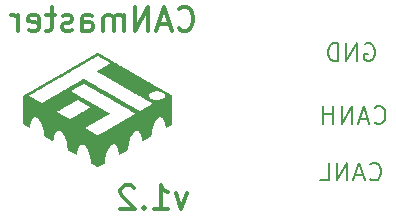
<source format=gbr>
%TF.GenerationSoftware,KiCad,Pcbnew,(6.0.0)*%
%TF.CreationDate,2022-06-11T23:43:57+12:00*%
%TF.ProjectId,Canmaster_HW,43616e6d-6173-4746-9572-5f48572e6b69,rev?*%
%TF.SameCoordinates,Original*%
%TF.FileFunction,Legend,Bot*%
%TF.FilePolarity,Positive*%
%FSLAX46Y46*%
G04 Gerber Fmt 4.6, Leading zero omitted, Abs format (unit mm)*
G04 Created by KiCad (PCBNEW (6.0.0)) date 2022-06-11 23:43:57*
%MOMM*%
%LPD*%
G01*
G04 APERTURE LIST*
%ADD10C,0.300000*%
%ADD11C,0.200000*%
G04 APERTURE END LIST*
D10*
X107557142Y-79371428D02*
X107080952Y-80704761D01*
X106604761Y-79371428D01*
X104795238Y-80704761D02*
X105938095Y-80704761D01*
X105366666Y-80704761D02*
X105366666Y-78704761D01*
X105557142Y-78990476D01*
X105747619Y-79180952D01*
X105938095Y-79276190D01*
X103938095Y-80514285D02*
X103842857Y-80609523D01*
X103938095Y-80704761D01*
X104033333Y-80609523D01*
X103938095Y-80514285D01*
X103938095Y-80704761D01*
X103080952Y-78895238D02*
X102985714Y-78800000D01*
X102795238Y-78704761D01*
X102319047Y-78704761D01*
X102128571Y-78800000D01*
X102033333Y-78895238D01*
X101938095Y-79085714D01*
X101938095Y-79276190D01*
X102033333Y-79561904D01*
X103176190Y-80704761D01*
X101938095Y-80704761D01*
X106880952Y-65414285D02*
X106976190Y-65509523D01*
X107261904Y-65604761D01*
X107452380Y-65604761D01*
X107738095Y-65509523D01*
X107928571Y-65319047D01*
X108023809Y-65128571D01*
X108119047Y-64747619D01*
X108119047Y-64461904D01*
X108023809Y-64080952D01*
X107928571Y-63890476D01*
X107738095Y-63700000D01*
X107452380Y-63604761D01*
X107261904Y-63604761D01*
X106976190Y-63700000D01*
X106880952Y-63795238D01*
X106119047Y-65033333D02*
X105166666Y-65033333D01*
X106309523Y-65604761D02*
X105642857Y-63604761D01*
X104976190Y-65604761D01*
X104309523Y-65604761D02*
X104309523Y-63604761D01*
X103166666Y-65604761D01*
X103166666Y-63604761D01*
X102214285Y-65604761D02*
X102214285Y-64271428D01*
X102214285Y-64461904D02*
X102119047Y-64366666D01*
X101928571Y-64271428D01*
X101642857Y-64271428D01*
X101452380Y-64366666D01*
X101357142Y-64557142D01*
X101357142Y-65604761D01*
X101357142Y-64557142D02*
X101261904Y-64366666D01*
X101071428Y-64271428D01*
X100785714Y-64271428D01*
X100595238Y-64366666D01*
X100500000Y-64557142D01*
X100500000Y-65604761D01*
X98690476Y-65604761D02*
X98690476Y-64557142D01*
X98785714Y-64366666D01*
X98976190Y-64271428D01*
X99357142Y-64271428D01*
X99547619Y-64366666D01*
X98690476Y-65509523D02*
X98880952Y-65604761D01*
X99357142Y-65604761D01*
X99547619Y-65509523D01*
X99642857Y-65319047D01*
X99642857Y-65128571D01*
X99547619Y-64938095D01*
X99357142Y-64842857D01*
X98880952Y-64842857D01*
X98690476Y-64747619D01*
X97833333Y-65509523D02*
X97642857Y-65604761D01*
X97261904Y-65604761D01*
X97071428Y-65509523D01*
X96976190Y-65319047D01*
X96976190Y-65223809D01*
X97071428Y-65033333D01*
X97261904Y-64938095D01*
X97547619Y-64938095D01*
X97738095Y-64842857D01*
X97833333Y-64652380D01*
X97833333Y-64557142D01*
X97738095Y-64366666D01*
X97547619Y-64271428D01*
X97261904Y-64271428D01*
X97071428Y-64366666D01*
X96404761Y-64271428D02*
X95642857Y-64271428D01*
X96119047Y-63604761D02*
X96119047Y-65319047D01*
X96023809Y-65509523D01*
X95833333Y-65604761D01*
X95642857Y-65604761D01*
X94214285Y-65509523D02*
X94404761Y-65604761D01*
X94785714Y-65604761D01*
X94976190Y-65509523D01*
X95071428Y-65319047D01*
X95071428Y-64557142D01*
X94976190Y-64366666D01*
X94785714Y-64271428D01*
X94404761Y-64271428D01*
X94214285Y-64366666D01*
X94119047Y-64557142D01*
X94119047Y-64747619D01*
X95071428Y-64938095D01*
X93261904Y-65604761D02*
X93261904Y-64271428D01*
X93261904Y-64652380D02*
X93166666Y-64461904D01*
X93071428Y-64366666D01*
X92880952Y-64271428D01*
X92690476Y-64271428D01*
D11*
X123450000Y-73335714D02*
X123521428Y-73407142D01*
X123735714Y-73478571D01*
X123878571Y-73478571D01*
X124092857Y-73407142D01*
X124235714Y-73264285D01*
X124307142Y-73121428D01*
X124378571Y-72835714D01*
X124378571Y-72621428D01*
X124307142Y-72335714D01*
X124235714Y-72192857D01*
X124092857Y-72050000D01*
X123878571Y-71978571D01*
X123735714Y-71978571D01*
X123521428Y-72050000D01*
X123450000Y-72121428D01*
X122878571Y-73050000D02*
X122164285Y-73050000D01*
X123021428Y-73478571D02*
X122521428Y-71978571D01*
X122021428Y-73478571D01*
X121521428Y-73478571D02*
X121521428Y-71978571D01*
X120664285Y-73478571D01*
X120664285Y-71978571D01*
X119950000Y-73478571D02*
X119950000Y-71978571D01*
X119950000Y-72692857D02*
X119092857Y-72692857D01*
X119092857Y-73478571D02*
X119092857Y-71978571D01*
X123071428Y-78135714D02*
X123142857Y-78207142D01*
X123357142Y-78278571D01*
X123500000Y-78278571D01*
X123714285Y-78207142D01*
X123857142Y-78064285D01*
X123928571Y-77921428D01*
X124000000Y-77635714D01*
X124000000Y-77421428D01*
X123928571Y-77135714D01*
X123857142Y-76992857D01*
X123714285Y-76850000D01*
X123500000Y-76778571D01*
X123357142Y-76778571D01*
X123142857Y-76850000D01*
X123071428Y-76921428D01*
X122500000Y-77850000D02*
X121785714Y-77850000D01*
X122642857Y-78278571D02*
X122142857Y-76778571D01*
X121642857Y-78278571D01*
X121142857Y-78278571D02*
X121142857Y-76778571D01*
X120285714Y-78278571D01*
X120285714Y-76778571D01*
X118857142Y-78278571D02*
X119571428Y-78278571D01*
X119571428Y-76778571D01*
X122642857Y-66750000D02*
X122785714Y-66678571D01*
X123000000Y-66678571D01*
X123214285Y-66750000D01*
X123357142Y-66892857D01*
X123428571Y-67035714D01*
X123500000Y-67321428D01*
X123500000Y-67535714D01*
X123428571Y-67821428D01*
X123357142Y-67964285D01*
X123214285Y-68107142D01*
X123000000Y-68178571D01*
X122857142Y-68178571D01*
X122642857Y-68107142D01*
X122571428Y-68035714D01*
X122571428Y-67535714D01*
X122857142Y-67535714D01*
X121928571Y-68178571D02*
X121928571Y-66678571D01*
X121071428Y-68178571D01*
X121071428Y-66678571D01*
X120357142Y-68178571D02*
X120357142Y-66678571D01*
X120000000Y-66678571D01*
X119785714Y-66750000D01*
X119642857Y-66892857D01*
X119571428Y-67035714D01*
X119500000Y-67321428D01*
X119500000Y-67535714D01*
X119571428Y-67821428D01*
X119642857Y-67964285D01*
X119785714Y-68107142D01*
X120000000Y-68178571D01*
X120357142Y-68178571D01*
%TO.C,REF\u002A\u002A*%
G36*
X106342006Y-72014246D02*
G01*
X106342203Y-72162796D01*
X106342283Y-72316908D01*
X106342321Y-72614478D01*
X106342438Y-73518611D01*
X106314709Y-73532969D01*
X106303996Y-73538736D01*
X106275462Y-73554643D01*
X106236068Y-73576943D01*
X106189822Y-73603345D01*
X106140728Y-73631561D01*
X106092792Y-73659300D01*
X106050020Y-73684273D01*
X106036561Y-73692159D01*
X105995999Y-73715749D01*
X105950731Y-73741890D01*
X105905185Y-73768044D01*
X105863788Y-73791674D01*
X105830967Y-73810240D01*
X105811151Y-73821204D01*
X105807605Y-73823051D01*
X105788411Y-73829440D01*
X105778022Y-73822997D01*
X105777970Y-73822910D01*
X105774199Y-73808373D01*
X105769414Y-73778175D01*
X105764223Y-73736681D01*
X105759236Y-73688256D01*
X105758162Y-73677341D01*
X105748785Y-73606608D01*
X105735225Y-73531123D01*
X105718444Y-73454422D01*
X105699406Y-73380041D01*
X105679072Y-73311518D01*
X105658406Y-73252389D01*
X105638370Y-73206190D01*
X105619926Y-73176459D01*
X105612181Y-73166086D01*
X105606352Y-73153374D01*
X105604941Y-73147777D01*
X105593571Y-73127118D01*
X105573805Y-73098659D01*
X105549277Y-73067178D01*
X105523623Y-73037448D01*
X105500477Y-73014247D01*
X105477088Y-72994731D01*
X105426093Y-72962669D01*
X105372372Y-72945465D01*
X105308893Y-72940410D01*
X105245331Y-72946827D01*
X105176587Y-72968967D01*
X105118428Y-73005096D01*
X105074709Y-73045151D01*
X105025477Y-73096352D01*
X104977923Y-73151066D01*
X104938313Y-73202427D01*
X104933121Y-73210014D01*
X104913298Y-73241798D01*
X104889690Y-73282690D01*
X104864280Y-73328896D01*
X104839048Y-73376617D01*
X104815974Y-73422059D01*
X104797040Y-73461425D01*
X104784227Y-73490917D01*
X104779516Y-73506741D01*
X104778775Y-73510268D01*
X104772021Y-73528452D01*
X104760510Y-73554717D01*
X104742153Y-73599531D01*
X104720455Y-73662069D01*
X104697523Y-73736123D01*
X104674563Y-73817416D01*
X104652779Y-73901673D01*
X104633377Y-73984621D01*
X104617560Y-74061985D01*
X104608218Y-74112464D01*
X104597163Y-74174066D01*
X104588831Y-74224264D01*
X104582523Y-74268066D01*
X104577539Y-74310480D01*
X104573179Y-74356513D01*
X104568741Y-74411172D01*
X104566098Y-74444183D01*
X104561919Y-74488276D01*
X104557610Y-74517983D01*
X104552340Y-74536964D01*
X104545279Y-74548877D01*
X104535600Y-74557381D01*
X104532338Y-74559641D01*
X104520315Y-74567396D01*
X104501791Y-74578689D01*
X104475189Y-74594435D01*
X104438931Y-74615551D01*
X104391440Y-74642951D01*
X104331138Y-74677552D01*
X104256448Y-74720268D01*
X104165792Y-74772015D01*
X104137426Y-74788240D01*
X104095832Y-74812180D01*
X104060808Y-74832507D01*
X104037839Y-74846050D01*
X104021832Y-74855470D01*
X103991469Y-74872950D01*
X103953698Y-74894454D01*
X103912673Y-74917644D01*
X103872545Y-74940182D01*
X103837469Y-74959729D01*
X103811596Y-74973946D01*
X103799079Y-74980495D01*
X103796353Y-74978519D01*
X103792755Y-74962359D01*
X103791346Y-74934855D01*
X103790802Y-74911292D01*
X103785164Y-74842286D01*
X103774278Y-74762338D01*
X103759222Y-74677179D01*
X103741071Y-74592541D01*
X103720905Y-74514157D01*
X103699799Y-74447757D01*
X103680296Y-74398372D01*
X103639801Y-74315264D01*
X103593807Y-74241102D01*
X103544349Y-74178648D01*
X103493467Y-74130662D01*
X103443196Y-74099908D01*
X103421850Y-74092861D01*
X103373417Y-74085055D01*
X103318942Y-74083417D01*
X103266827Y-74087990D01*
X103225471Y-74098815D01*
X103208806Y-74106485D01*
X103146375Y-74145503D01*
X103082102Y-74200404D01*
X103018913Y-74268455D01*
X102959736Y-74346924D01*
X102916917Y-74414166D01*
X102841994Y-74555057D01*
X102775390Y-74712797D01*
X102717468Y-74886231D01*
X102668594Y-75074204D01*
X102629130Y-75275562D01*
X102599441Y-75489150D01*
X102576999Y-75688582D01*
X102541358Y-75710120D01*
X102536219Y-75713199D01*
X102509936Y-75728678D01*
X102471803Y-75750907D01*
X102426112Y-75777388D01*
X102377154Y-75805627D01*
X102308978Y-75844867D01*
X102217844Y-75897364D01*
X102128546Y-75948849D01*
X102044997Y-75997064D01*
X101971110Y-76039751D01*
X101910798Y-76074654D01*
X101877555Y-76093960D01*
X101852166Y-76106777D01*
X101835134Y-76109552D01*
X101824257Y-76100294D01*
X101817333Y-76077015D01*
X101812161Y-76037723D01*
X101806538Y-75980429D01*
X101794780Y-75887543D01*
X101772074Y-75768030D01*
X101742095Y-75654021D01*
X101705970Y-75549134D01*
X101664827Y-75456987D01*
X101619794Y-75381199D01*
X101600628Y-75356047D01*
X101549934Y-75303653D01*
X101493939Y-75261678D01*
X101438165Y-75234578D01*
X101417251Y-75227690D01*
X101380860Y-75218017D01*
X101350951Y-75215909D01*
X101319131Y-75221355D01*
X101277005Y-75234342D01*
X101236807Y-75249096D01*
X101198338Y-75267738D01*
X101162987Y-75291657D01*
X101125600Y-75324410D01*
X101081022Y-75369553D01*
X101014732Y-75446657D01*
X100944226Y-75548850D01*
X100880527Y-75665706D01*
X100822082Y-75799804D01*
X100812611Y-75823905D01*
X100795309Y-75867765D01*
X100780465Y-75905192D01*
X100770522Y-75930012D01*
X100768249Y-75935886D01*
X100756867Y-75969798D01*
X100742387Y-76017977D01*
X100725989Y-76076144D01*
X100708857Y-76140022D01*
X100692174Y-76205335D01*
X100677122Y-76267805D01*
X100668135Y-76310733D01*
X100656541Y-76375179D01*
X100644482Y-76450118D01*
X100632711Y-76530383D01*
X100621981Y-76610809D01*
X100613044Y-76686230D01*
X100606652Y-76751481D01*
X100599961Y-76831822D01*
X100544502Y-76864132D01*
X100518094Y-76879515D01*
X100486197Y-76898089D01*
X100463835Y-76911103D01*
X100449248Y-76919509D01*
X100419438Y-76936572D01*
X100380715Y-76958669D01*
X100337793Y-76983105D01*
X100302549Y-77003208D01*
X100261380Y-77026840D01*
X100227768Y-77046300D01*
X100206709Y-77058706D01*
X100204250Y-77060186D01*
X100178839Y-77075283D01*
X100143775Y-77095907D01*
X100105876Y-77118049D01*
X100096263Y-77123603D01*
X100063689Y-77141794D01*
X100038960Y-77154643D01*
X100026814Y-77159657D01*
X100024406Y-77159014D01*
X100007434Y-77150936D01*
X99977732Y-77135042D01*
X99938640Y-77113151D01*
X99893494Y-77087078D01*
X99893349Y-77086994D01*
X99834496Y-77052647D01*
X99766554Y-77013177D01*
X99697925Y-76973454D01*
X99637004Y-76938349D01*
X99617364Y-76927064D01*
X99569851Y-76899744D01*
X99527982Y-76875642D01*
X99495705Y-76857032D01*
X99476970Y-76846189D01*
X99468862Y-76841240D01*
X99459004Y-76832690D01*
X99452472Y-76820104D01*
X99448162Y-76799456D01*
X99444970Y-76766722D01*
X99441793Y-76717876D01*
X99439654Y-76687546D01*
X99434239Y-76628921D01*
X99427647Y-76572678D01*
X99420854Y-76527702D01*
X99420654Y-76526592D01*
X99412713Y-76480483D01*
X99405410Y-76434661D01*
X99400302Y-76398889D01*
X99399516Y-76393103D01*
X99393230Y-76355863D01*
X99384059Y-76309528D01*
X99373697Y-76262763D01*
X99362136Y-76214802D01*
X99315431Y-76041513D01*
X99265006Y-75886216D01*
X99210196Y-75747349D01*
X99150336Y-75623348D01*
X99084763Y-75512651D01*
X99012812Y-75413694D01*
X98983157Y-75379116D01*
X98920953Y-75319015D01*
X98856386Y-75271406D01*
X98792057Y-75237789D01*
X98730568Y-75219665D01*
X98674519Y-75218536D01*
X98669025Y-75219415D01*
X98596805Y-75241734D01*
X98528902Y-75282649D01*
X98466697Y-75340886D01*
X98411573Y-75415168D01*
X98364913Y-75504220D01*
X98356828Y-75523525D01*
X98331538Y-75593633D01*
X98307020Y-75674852D01*
X98284404Y-75762213D01*
X98264819Y-75850747D01*
X98249392Y-75935485D01*
X98239254Y-76011459D01*
X98235533Y-76073700D01*
X98235064Y-76089548D01*
X98232280Y-76112487D01*
X98227849Y-76121430D01*
X98223678Y-76120241D01*
X98205453Y-76111449D01*
X98179953Y-76096938D01*
X98175563Y-76094309D01*
X98148265Y-76078256D01*
X98109127Y-76055523D01*
X98062710Y-76028751D01*
X98013577Y-76000584D01*
X98004287Y-75995272D01*
X97953138Y-75965935D01*
X97903922Y-75937570D01*
X97861835Y-75913178D01*
X97832077Y-75895763D01*
X97815089Y-75885774D01*
X97778131Y-75864189D01*
X97730905Y-75836717D01*
X97677711Y-75805858D01*
X97622847Y-75774111D01*
X97469075Y-75685253D01*
X97469075Y-75634156D01*
X97467899Y-75606554D01*
X97463565Y-75557967D01*
X97456601Y-75497038D01*
X97447599Y-75427890D01*
X97437153Y-75354647D01*
X97425854Y-75281431D01*
X97414296Y-75212365D01*
X97403070Y-75151573D01*
X97392769Y-75103176D01*
X97375069Y-75031190D01*
X97323707Y-74850578D01*
X97266557Y-74687233D01*
X97203832Y-74541625D01*
X97135750Y-74414221D01*
X97062524Y-74305490D01*
X96984371Y-74215898D01*
X96935690Y-74170468D01*
X96881574Y-74129109D01*
X96830135Y-74101879D01*
X96777500Y-74086820D01*
X96719799Y-74081971D01*
X96690874Y-74082257D01*
X96655402Y-74085657D01*
X96625586Y-74094420D01*
X96592560Y-74110536D01*
X96581657Y-74116856D01*
X96526701Y-74160134D01*
X96473575Y-74220174D01*
X96424223Y-74294140D01*
X96380588Y-74379195D01*
X96344613Y-74472501D01*
X96342189Y-74480045D01*
X96321200Y-74554549D01*
X96301275Y-74640175D01*
X96283892Y-74729413D01*
X96270529Y-74814752D01*
X96262667Y-74888682D01*
X96260984Y-74911500D01*
X96257923Y-74947818D01*
X96255288Y-74972850D01*
X96253510Y-74982176D01*
X96245129Y-74978067D01*
X96223141Y-74966017D01*
X96191749Y-74948356D01*
X96155100Y-74927435D01*
X96117339Y-74905607D01*
X96082612Y-74885224D01*
X96073482Y-74879842D01*
X96041107Y-74860983D01*
X96000501Y-74837535D01*
X95958313Y-74813343D01*
X95938160Y-74801814D01*
X95901865Y-74780956D01*
X95873346Y-74764447D01*
X95857479Y-74755101D01*
X95856507Y-74754514D01*
X95839758Y-74744687D01*
X95809907Y-74727396D01*
X95770873Y-74704904D01*
X95726575Y-74679476D01*
X95700702Y-74664637D01*
X95629687Y-74623714D01*
X95575120Y-74591920D01*
X95536109Y-74568733D01*
X95511764Y-74553633D01*
X95510075Y-74552291D01*
X95502747Y-74539157D01*
X95496211Y-74513077D01*
X95489989Y-74471648D01*
X95483601Y-74412466D01*
X95478795Y-74366024D01*
X95466246Y-74264583D01*
X95450960Y-74161196D01*
X95433564Y-74059014D01*
X95414687Y-73961185D01*
X95394955Y-73870858D01*
X95374997Y-73791182D01*
X95355440Y-73725306D01*
X95336910Y-73676380D01*
X95324320Y-73644889D01*
X95312945Y-73610838D01*
X95296634Y-73561749D01*
X95264894Y-73483398D01*
X95225143Y-73398467D01*
X95180064Y-73312286D01*
X95132343Y-73230188D01*
X95084665Y-73157504D01*
X95077158Y-73148631D01*
X95057271Y-73127319D01*
X95029129Y-73098287D01*
X94996199Y-73065151D01*
X94990032Y-73059043D01*
X94950545Y-73021893D01*
X94917479Y-72995682D01*
X94885149Y-72976376D01*
X94847868Y-72959942D01*
X94827798Y-72952328D01*
X94789535Y-72940621D01*
X94756319Y-72936255D01*
X94719236Y-72937689D01*
X94661234Y-72949480D01*
X94596376Y-72980425D01*
X94535839Y-73030112D01*
X94479147Y-73098948D01*
X94425824Y-73187336D01*
X94404516Y-73231965D01*
X94370338Y-73323111D01*
X94340112Y-73429437D01*
X94314548Y-73547911D01*
X94294354Y-73675500D01*
X94280242Y-73809173D01*
X94277690Y-73841132D01*
X94156689Y-73772170D01*
X94107785Y-73744305D01*
X94043447Y-73707661D01*
X93979605Y-73671314D01*
X93924772Y-73640109D01*
X93881167Y-73615052D01*
X93833152Y-73586952D01*
X93791137Y-73561858D01*
X93760917Y-73543197D01*
X93707980Y-73509385D01*
X93708101Y-72460869D01*
X96586028Y-72460869D01*
X96593506Y-72470503D01*
X96597040Y-72473405D01*
X96625204Y-72493178D01*
X96670926Y-72521837D01*
X96733860Y-72559172D01*
X96813657Y-72604969D01*
X96855823Y-72628879D01*
X96919863Y-72665194D01*
X96984448Y-72701821D01*
X97040532Y-72733631D01*
X97041475Y-72734166D01*
X97086262Y-72759816D01*
X97126653Y-72783377D01*
X97158251Y-72802258D01*
X97176658Y-72813867D01*
X97179053Y-72815465D01*
X97200171Y-72828481D01*
X97233931Y-72848400D01*
X97276206Y-72872811D01*
X97322867Y-72899300D01*
X97372738Y-72927522D01*
X97434458Y-72962742D01*
X97494421Y-72997223D01*
X97544701Y-73026423D01*
X97582370Y-73048086D01*
X97617659Y-73067575D01*
X97643363Y-73080861D01*
X97655618Y-73085873D01*
X97655946Y-73085869D01*
X97669734Y-73080492D01*
X97694884Y-73066968D01*
X97726201Y-73048078D01*
X97727719Y-73047121D01*
X97761044Y-73026746D01*
X97805945Y-73000099D01*
X97856729Y-72970527D01*
X97907702Y-72941377D01*
X97913366Y-72938170D01*
X97970809Y-72905496D01*
X98037035Y-72867618D01*
X98104292Y-72828977D01*
X98164828Y-72794017D01*
X98169936Y-72791057D01*
X98232227Y-72755036D01*
X98301191Y-72715261D01*
X98368793Y-72676364D01*
X98426995Y-72642973D01*
X98432000Y-72640106D01*
X98491384Y-72605971D01*
X98559376Y-72566705D01*
X98627971Y-72526940D01*
X98689163Y-72491308D01*
X98703474Y-72482955D01*
X98760302Y-72449879D01*
X98817641Y-72416634D01*
X98869523Y-72386676D01*
X98909976Y-72363461D01*
X98926908Y-72353781D01*
X98969935Y-72329061D01*
X99008995Y-72306467D01*
X99037306Y-72289917D01*
X99048889Y-72283109D01*
X99082869Y-72263331D01*
X99124727Y-72239135D01*
X99167951Y-72214292D01*
X99192042Y-72200473D01*
X99228622Y-72179423D01*
X99257088Y-72162959D01*
X99272744Y-72153791D01*
X99282230Y-72148129D01*
X99307159Y-72133333D01*
X99337224Y-72115554D01*
X99356393Y-72103555D01*
X99376938Y-72088507D01*
X99384915Y-72079360D01*
X99379415Y-72071281D01*
X99362227Y-72059581D01*
X99351753Y-72053952D01*
X99324130Y-72038385D01*
X99292841Y-72020150D01*
X99290176Y-72018571D01*
X99242619Y-71990663D01*
X99181603Y-71955245D01*
X99110986Y-71914541D01*
X99034623Y-71870775D01*
X98956372Y-71826168D01*
X98955380Y-71825604D01*
X98910607Y-71799911D01*
X98870231Y-71776317D01*
X98838646Y-71757415D01*
X98820246Y-71745800D01*
X98817865Y-71744211D01*
X98796756Y-71731214D01*
X98762993Y-71711325D01*
X98720710Y-71686953D01*
X98674038Y-71660510D01*
X98625659Y-71633207D01*
X98561167Y-71596544D01*
X98497126Y-71559895D01*
X98442120Y-71528161D01*
X98438477Y-71526052D01*
X98394910Y-71501809D01*
X98356448Y-71482060D01*
X98327141Y-71468789D01*
X98311036Y-71463978D01*
X98309723Y-71464058D01*
X98289975Y-71470174D01*
X98259855Y-71484089D01*
X98225328Y-71503079D01*
X98224195Y-71503751D01*
X98189026Y-71524332D01*
X98142446Y-71551221D01*
X98090388Y-71581010D01*
X98038786Y-71610286D01*
X98028965Y-71615839D01*
X97982894Y-71642128D01*
X97942057Y-71665797D01*
X97910577Y-71684439D01*
X97892577Y-71695648D01*
X97892342Y-71695806D01*
X97873604Y-71707508D01*
X97841781Y-71726456D01*
X97801266Y-71750065D01*
X97756451Y-71775751D01*
X97688699Y-71814367D01*
X97613412Y-71857486D01*
X97540860Y-71899236D01*
X97475987Y-71936772D01*
X97423737Y-71967249D01*
X97414145Y-71972857D01*
X97380600Y-71992313D01*
X97339068Y-72016256D01*
X97296371Y-72040750D01*
X97278453Y-72051017D01*
X97237336Y-72074684D01*
X97201337Y-72095542D01*
X97176658Y-72110005D01*
X97154524Y-72122960D01*
X97119439Y-72143269D01*
X97076465Y-72168007D01*
X97030449Y-72194377D01*
X96979206Y-72223725D01*
X96916380Y-72259793D01*
X96851804Y-72296937D01*
X96793490Y-72330552D01*
X96780062Y-72338301D01*
X96732070Y-72365954D01*
X96688532Y-72390980D01*
X96653782Y-72410889D01*
X96632156Y-72423192D01*
X96607293Y-72437783D01*
X96589793Y-72450978D01*
X96586028Y-72460869D01*
X93708101Y-72460869D01*
X93708117Y-72322378D01*
X93708143Y-72232444D01*
X93708258Y-72082084D01*
X93708456Y-71937892D01*
X93708732Y-71801141D01*
X93709079Y-71673104D01*
X93709492Y-71555053D01*
X93709965Y-71448261D01*
X93710491Y-71354000D01*
X93711066Y-71273543D01*
X93711682Y-71208162D01*
X93712335Y-71159130D01*
X93713017Y-71127720D01*
X93713724Y-71115205D01*
X93714372Y-71113447D01*
X93728514Y-71097358D01*
X93738718Y-71089762D01*
X94213958Y-71089762D01*
X94214005Y-71094233D01*
X94219039Y-71100496D01*
X94230617Y-71109590D01*
X94250296Y-71122556D01*
X94279635Y-71140436D01*
X94320190Y-71164268D01*
X94373520Y-71195093D01*
X94441181Y-71233952D01*
X94524732Y-71281885D01*
X94529475Y-71284608D01*
X94588877Y-71318776D01*
X94656939Y-71358016D01*
X94725625Y-71397693D01*
X94786900Y-71433169D01*
X94802788Y-71442376D01*
X94858313Y-71474471D01*
X94913196Y-71506090D01*
X94961841Y-71534010D01*
X94998651Y-71555011D01*
X95021247Y-71567922D01*
X95069771Y-71595991D01*
X95122971Y-71627089D01*
X95172827Y-71656542D01*
X95208614Y-71677452D01*
X95243523Y-71697006D01*
X95268936Y-71710276D01*
X95280985Y-71715165D01*
X95290928Y-71711289D01*
X95315022Y-71698862D01*
X95349050Y-71679915D01*
X95389143Y-71656542D01*
X95416833Y-71640140D01*
X95469585Y-71609172D01*
X95521087Y-71579238D01*
X95563319Y-71555011D01*
X95572749Y-71549650D01*
X95613683Y-71526243D01*
X95664779Y-71496880D01*
X95720441Y-71464782D01*
X95775070Y-71433169D01*
X95780185Y-71430203D01*
X95842476Y-71394154D01*
X95911438Y-71354340D01*
X95979037Y-71315395D01*
X96037237Y-71281954D01*
X96042002Y-71279221D01*
X96101402Y-71245077D01*
X96169458Y-71205853D01*
X96238137Y-71166183D01*
X96299405Y-71130703D01*
X96304539Y-71127725D01*
X96366828Y-71091667D01*
X96435785Y-71051852D01*
X96503377Y-71012912D01*
X96561572Y-70979483D01*
X96635331Y-70937193D01*
X96697857Y-70901312D01*
X96748387Y-70872264D01*
X96789734Y-70848425D01*
X96824709Y-70828170D01*
X96856125Y-70809874D01*
X96886795Y-70791910D01*
X96919532Y-70772655D01*
X96944050Y-70758259D01*
X96999282Y-70726033D01*
X97023179Y-70712174D01*
X97771576Y-70712174D01*
X97771964Y-70713520D01*
X97783359Y-70724735D01*
X97807358Y-70741613D01*
X97839639Y-70761053D01*
X97849140Y-70766419D01*
X97887501Y-70788282D01*
X97936255Y-70816269D01*
X97990123Y-70847345D01*
X98043827Y-70878473D01*
X98049025Y-70881493D01*
X98111307Y-70917605D01*
X98180246Y-70957461D01*
X98247818Y-70996428D01*
X98305995Y-71029870D01*
X98310759Y-71032603D01*
X98370159Y-71066747D01*
X98438215Y-71105971D01*
X98506894Y-71145640D01*
X98568162Y-71181120D01*
X98573315Y-71184109D01*
X98635601Y-71220150D01*
X98704553Y-71259923D01*
X98772140Y-71298803D01*
X98830330Y-71332162D01*
X98887633Y-71364944D01*
X98977632Y-71416511D01*
X99054542Y-71460688D01*
X99117473Y-71496960D01*
X99165536Y-71524814D01*
X99197841Y-71543739D01*
X99213498Y-71553219D01*
X99213965Y-71553520D01*
X99229283Y-71562725D01*
X99257936Y-71579451D01*
X99295998Y-71601419D01*
X99339540Y-71626352D01*
X99342422Y-71627996D01*
X99385909Y-71652871D01*
X99423835Y-71674676D01*
X99452208Y-71691110D01*
X99467041Y-71699874D01*
X99474739Y-71704479D01*
X99498688Y-71718453D01*
X99532628Y-71738043D01*
X99571877Y-71760540D01*
X99592515Y-71772346D01*
X99636036Y-71797330D01*
X99675094Y-71819857D01*
X99703160Y-71836165D01*
X99712554Y-71841649D01*
X99746078Y-71861077D01*
X99787593Y-71885005D01*
X99830242Y-71909475D01*
X99845133Y-71918014D01*
X99889999Y-71943896D01*
X99932362Y-71968533D01*
X99964709Y-71987561D01*
X99974331Y-71993256D01*
X100011027Y-72014720D01*
X100055123Y-72040257D01*
X100099092Y-72065502D01*
X100119249Y-72077030D01*
X100123307Y-72079360D01*
X100155543Y-72097869D01*
X100184059Y-72114348D01*
X100199925Y-72123657D01*
X100206608Y-72127590D01*
X100229748Y-72140971D01*
X100264958Y-72161200D01*
X100308831Y-72186322D01*
X100357960Y-72214381D01*
X100387976Y-72231517D01*
X100434303Y-72258025D01*
X100473301Y-72280413D01*
X100501569Y-72296727D01*
X100515711Y-72305015D01*
X100523347Y-72309552D01*
X100547238Y-72323469D01*
X100581118Y-72343036D01*
X100620299Y-72365542D01*
X100640738Y-72377266D01*
X100684193Y-72402278D01*
X100723209Y-72424837D01*
X100751248Y-72441167D01*
X100763696Y-72448443D01*
X100798017Y-72468369D01*
X100840133Y-72492704D01*
X100883619Y-72517734D01*
X100928235Y-72543388D01*
X100971853Y-72568632D01*
X101002194Y-72586540D01*
X101021645Y-72598604D01*
X101032593Y-72606319D01*
X101037424Y-72611178D01*
X101038523Y-72614674D01*
X101038483Y-72614898D01*
X101029130Y-72622887D01*
X101005713Y-72638313D01*
X100971609Y-72659047D01*
X100930191Y-72682962D01*
X100889090Y-72706239D01*
X100841910Y-72733148D01*
X100800743Y-72756820D01*
X100771378Y-72773939D01*
X100763854Y-72778375D01*
X100727574Y-72799569D01*
X100683767Y-72824947D01*
X100640294Y-72849950D01*
X100630967Y-72855297D01*
X100588289Y-72879849D01*
X100535611Y-72910249D01*
X100478745Y-72943139D01*
X100423502Y-72975163D01*
X100418348Y-72978154D01*
X100356062Y-73014232D01*
X100287110Y-73054066D01*
X100219524Y-73093021D01*
X100161334Y-73126463D01*
X100156548Y-73129208D01*
X100097150Y-73163356D01*
X100029099Y-73202588D01*
X99960428Y-73242268D01*
X99899167Y-73277764D01*
X99883212Y-73287017D01*
X99827702Y-73319094D01*
X99772838Y-73350644D01*
X99724212Y-73378455D01*
X99687416Y-73399320D01*
X99680805Y-73403048D01*
X99632633Y-73430592D01*
X99579279Y-73461589D01*
X99531124Y-73490015D01*
X99507226Y-73504197D01*
X99456305Y-73534088D01*
X99400982Y-73566248D01*
X99349623Y-73595801D01*
X99305516Y-73621055D01*
X99246433Y-73654971D01*
X99184800Y-73690423D01*
X99128500Y-73722882D01*
X99115122Y-73730583D01*
X99072405Y-73754834D01*
X99036981Y-73774440D01*
X99012222Y-73787557D01*
X99001500Y-73792338D01*
X98992161Y-73797672D01*
X98976323Y-73812743D01*
X98971552Y-73818411D01*
X98964917Y-73834390D01*
X98973760Y-73849116D01*
X98999837Y-73866611D01*
X99008141Y-73871370D01*
X99033282Y-73885774D01*
X99068132Y-73905741D01*
X99107794Y-73928464D01*
X99128268Y-73940212D01*
X99171650Y-73965216D01*
X99210545Y-73987765D01*
X99238439Y-74004089D01*
X99248126Y-74009784D01*
X99281586Y-74029242D01*
X99323062Y-74053165D01*
X99365769Y-74077633D01*
X99375087Y-74082960D01*
X99419172Y-74108305D01*
X99473098Y-74139466D01*
X99530892Y-74172987D01*
X99586582Y-74205413D01*
X99593208Y-74209277D01*
X99654871Y-74245030D01*
X99722323Y-74283844D01*
X99787843Y-74321287D01*
X99843708Y-74352929D01*
X99853500Y-74358454D01*
X99899463Y-74384799D01*
X99940054Y-74408701D01*
X99971182Y-74427722D01*
X99988756Y-74439421D01*
X100010706Y-74453481D01*
X100031970Y-74456114D01*
X100055736Y-74443984D01*
X100061576Y-74440190D01*
X100084513Y-74426230D01*
X100119576Y-74405463D01*
X100163183Y-74380001D01*
X100211751Y-74351960D01*
X100234460Y-74338915D01*
X100283577Y-74310671D01*
X100327457Y-74285399D01*
X100362016Y-74265454D01*
X100383168Y-74253190D01*
X100394372Y-74246668D01*
X100425541Y-74228591D01*
X100465132Y-74205685D01*
X100507254Y-74181360D01*
X100528611Y-74169033D01*
X100572198Y-74143845D01*
X100611282Y-74121225D01*
X100639378Y-74104923D01*
X100651158Y-74098092D01*
X100685457Y-74078316D01*
X100727575Y-74054129D01*
X100770958Y-74029298D01*
X100795251Y-74015391D01*
X100831822Y-73994343D01*
X100860230Y-73977853D01*
X100875794Y-73968631D01*
X100876777Y-73968030D01*
X100893459Y-73958198D01*
X100923250Y-73940911D01*
X100962245Y-73918427D01*
X101006538Y-73893006D01*
X101012281Y-73889716D01*
X101056163Y-73864535D01*
X101094293Y-73842578D01*
X101122752Y-73826106D01*
X101137621Y-73817381D01*
X101138112Y-73817085D01*
X101154079Y-73807720D01*
X101183289Y-73790794D01*
X101221748Y-73768617D01*
X101265463Y-73743496D01*
X101272459Y-73739481D01*
X101326074Y-73708649D01*
X101388777Y-73672511D01*
X101453333Y-73635239D01*
X101512505Y-73601009D01*
X101517583Y-73598068D01*
X101579877Y-73562048D01*
X101648850Y-73522253D01*
X101716461Y-73483318D01*
X101774673Y-73449876D01*
X101779513Y-73447099D01*
X101838908Y-73412941D01*
X101906944Y-73373689D01*
X101975596Y-73333978D01*
X102036840Y-73298444D01*
X102042052Y-73295414D01*
X102104332Y-73259290D01*
X102173268Y-73219423D01*
X102240835Y-73180449D01*
X102299008Y-73147003D01*
X102301133Y-73145784D01*
X102360481Y-73111685D01*
X102428672Y-73072417D01*
X102497448Y-73032742D01*
X102558548Y-72997420D01*
X102560122Y-72996508D01*
X102621978Y-72960701D01*
X102691642Y-72920382D01*
X102760694Y-72880424D01*
X102820715Y-72845700D01*
X102826092Y-72842589D01*
X102882221Y-72810123D01*
X102940768Y-72776257D01*
X102995109Y-72744825D01*
X103038618Y-72719658D01*
X103061557Y-72706421D01*
X103103440Y-72682399D01*
X103139791Y-72661724D01*
X103164660Y-72647789D01*
X103173091Y-72642802D01*
X103193362Y-72627091D01*
X103201469Y-72614478D01*
X103197617Y-72607158D01*
X103180294Y-72591576D01*
X103153756Y-72574232D01*
X103150018Y-72572099D01*
X103120628Y-72555246D01*
X103079606Y-72531635D01*
X103031871Y-72504099D01*
X102982339Y-72475472D01*
X102929113Y-72444710D01*
X102865568Y-72408044D01*
X102803421Y-72372238D01*
X102750698Y-72341919D01*
X102708214Y-72317469D01*
X102665905Y-72293016D01*
X102631393Y-72272961D01*
X102609531Y-72260115D01*
X102600795Y-72254950D01*
X102571267Y-72237728D01*
X102532948Y-72215580D01*
X102491879Y-72192001D01*
X102475186Y-72182437D01*
X102432206Y-72157698D01*
X102393149Y-72135075D01*
X102364817Y-72118500D01*
X102352940Y-72111530D01*
X102318847Y-72091765D01*
X102276868Y-72067635D01*
X102233486Y-72042874D01*
X102212474Y-72030911D01*
X102168875Y-72005983D01*
X102129801Y-71983516D01*
X102101764Y-71967249D01*
X102092369Y-71961765D01*
X102058845Y-71942337D01*
X102017330Y-71918410D01*
X101974682Y-71893939D01*
X101959790Y-71885401D01*
X101914924Y-71859519D01*
X101872561Y-71834882D01*
X101840215Y-71815853D01*
X101830592Y-71810158D01*
X101793897Y-71788694D01*
X101749801Y-71763157D01*
X101705832Y-71737913D01*
X101685680Y-71726385D01*
X101649384Y-71705529D01*
X101620865Y-71689020D01*
X101604998Y-71679674D01*
X101604500Y-71679372D01*
X101588544Y-71669978D01*
X101559352Y-71653015D01*
X101520912Y-71630796D01*
X101477214Y-71605631D01*
X101461965Y-71596859D01*
X101407761Y-71565613D01*
X101344973Y-71529346D01*
X101280212Y-71491880D01*
X101220088Y-71457034D01*
X101185903Y-71437261D01*
X101137851Y-71409677D01*
X101096603Y-71386247D01*
X101065697Y-71368975D01*
X101048670Y-71359866D01*
X101030420Y-71350053D01*
X101018420Y-71341677D01*
X101012695Y-71337551D01*
X100992244Y-71324964D01*
X100960903Y-71306601D01*
X100922628Y-71284809D01*
X100866042Y-71252955D01*
X100775817Y-71201923D01*
X100702348Y-71160014D01*
X100645871Y-71127364D01*
X100606622Y-71104107D01*
X100584836Y-71090381D01*
X100582447Y-71088787D01*
X100561332Y-71075780D01*
X100527571Y-71055874D01*
X100485292Y-71031480D01*
X100438627Y-71005012D01*
X100432875Y-71001774D01*
X100375437Y-70969248D01*
X100309234Y-70931482D01*
X100242008Y-70892906D01*
X100181501Y-70857947D01*
X100167457Y-70849798D01*
X100110549Y-70816832D01*
X100053077Y-70783614D01*
X100001039Y-70753607D01*
X99960436Y-70730275D01*
X99943229Y-70720408D01*
X99900095Y-70695599D01*
X99860903Y-70672962D01*
X99832438Y-70656412D01*
X99820274Y-70649310D01*
X99786008Y-70629396D01*
X99743957Y-70605035D01*
X99700585Y-70579975D01*
X99678019Y-70566947D01*
X99636522Y-70542953D01*
X99600719Y-70522204D01*
X99576499Y-70508111D01*
X99566291Y-70502155D01*
X99526960Y-70479318D01*
X99475562Y-70449585D01*
X99416115Y-70415272D01*
X99352638Y-70378694D01*
X99289148Y-70342169D01*
X99229665Y-70308011D01*
X99178206Y-70278537D01*
X99132841Y-70252548D01*
X99089790Y-70227785D01*
X99054559Y-70207421D01*
X99031997Y-70194249D01*
X98986101Y-70167383D01*
X98930422Y-70135744D01*
X98886373Y-70111945D01*
X98855767Y-70096955D01*
X98840413Y-70091743D01*
X98827997Y-70095708D01*
X98799086Y-70109566D01*
X98756009Y-70132569D01*
X98700328Y-70163879D01*
X98633604Y-70202660D01*
X98624026Y-70208275D01*
X98590538Y-70227730D01*
X98549050Y-70251671D01*
X98506375Y-70276161D01*
X98488457Y-70286428D01*
X98447340Y-70310095D01*
X98411341Y-70330953D01*
X98386662Y-70345415D01*
X98364528Y-70358371D01*
X98329443Y-70378680D01*
X98286469Y-70403418D01*
X98240453Y-70429788D01*
X98189210Y-70459136D01*
X98126384Y-70495204D01*
X98061808Y-70532348D01*
X98003494Y-70565963D01*
X97989406Y-70574095D01*
X97942025Y-70601432D01*
X97899550Y-70625921D01*
X97866168Y-70645150D01*
X97846062Y-70656704D01*
X97809067Y-70678409D01*
X97786109Y-70693498D01*
X97774677Y-70703960D01*
X97771576Y-70712174D01*
X97023179Y-70712174D01*
X97058031Y-70691961D01*
X97111116Y-70661375D01*
X97157698Y-70634656D01*
X97242106Y-70586216D01*
X97310734Y-70546790D01*
X97364749Y-70515709D01*
X97405318Y-70492299D01*
X97433607Y-70475889D01*
X97450782Y-70465808D01*
X97451741Y-70465239D01*
X97471962Y-70453434D01*
X97504975Y-70434342D01*
X97546423Y-70410480D01*
X97591949Y-70384359D01*
X97597636Y-70381101D01*
X97641502Y-70355920D01*
X97679614Y-70333956D01*
X97708053Y-70317473D01*
X97722902Y-70308734D01*
X97729200Y-70304985D01*
X97752198Y-70291595D01*
X97785334Y-70272492D01*
X97823736Y-70250493D01*
X97840324Y-70241002D01*
X97882678Y-70216653D01*
X97920798Y-70194587D01*
X97948035Y-70178648D01*
X97966248Y-70167960D01*
X98001386Y-70147537D01*
X98044223Y-70122778D01*
X98089202Y-70096902D01*
X98124128Y-70076834D01*
X98166594Y-70052365D01*
X98202081Y-70031844D01*
X98225328Y-70018307D01*
X98236595Y-70011720D01*
X98267798Y-69993593D01*
X98307427Y-69970666D01*
X98349596Y-69946346D01*
X98374682Y-69931883D01*
X98411335Y-69910675D01*
X98439818Y-69894101D01*
X98455472Y-69884868D01*
X98455960Y-69884573D01*
X98471915Y-69875212D01*
X98501117Y-69858295D01*
X98539572Y-69836128D01*
X98583287Y-69811019D01*
X98625855Y-69786520D01*
X98677212Y-69756764D01*
X98724001Y-69729461D01*
X98759746Y-69708378D01*
X98764599Y-69705508D01*
X98797490Y-69687089D01*
X98823944Y-69673955D01*
X98838618Y-69668789D01*
X98842650Y-69669137D01*
X98856524Y-69673910D01*
X98879369Y-69685341D01*
X98913859Y-69704832D01*
X98962668Y-69733783D01*
X98969051Y-69737547D01*
X98992091Y-69750899D01*
X99025261Y-69769977D01*
X99063707Y-69791985D01*
X99080536Y-69801624D01*
X99122942Y-69826122D01*
X99161071Y-69848412D01*
X99188289Y-69864628D01*
X99200859Y-69872145D01*
X99234370Y-69891704D01*
X99275942Y-69915573D01*
X99319373Y-69940176D01*
X99341138Y-69952456D01*
X99386949Y-69978541D01*
X99429070Y-70002803D01*
X99460540Y-70021244D01*
X99470159Y-70026947D01*
X99506855Y-70048437D01*
X99550953Y-70073993D01*
X99594923Y-70099245D01*
X99615075Y-70110773D01*
X99651371Y-70131629D01*
X99679890Y-70148138D01*
X99695757Y-70157484D01*
X99696735Y-70158075D01*
X99713495Y-70167904D01*
X99743356Y-70185195D01*
X99782401Y-70207684D01*
X99826710Y-70233109D01*
X99830503Y-70235282D01*
X99875858Y-70261311D01*
X99916777Y-70284877D01*
X99948903Y-70303463D01*
X99967877Y-70314557D01*
X99974828Y-70318661D01*
X99997205Y-70331703D01*
X100031257Y-70351398D01*
X100078151Y-70378415D01*
X100139052Y-70413428D01*
X100215127Y-70457107D01*
X100307543Y-70510124D01*
X100334171Y-70525436D01*
X100391377Y-70558519D01*
X100449423Y-70592287D01*
X100499127Y-70621405D01*
X100530552Y-70639890D01*
X100561253Y-70657875D01*
X100592581Y-70676125D01*
X100627350Y-70696265D01*
X100668373Y-70719921D01*
X100718461Y-70748717D01*
X100780428Y-70784279D01*
X100857086Y-70828232D01*
X100861875Y-70830978D01*
X100921273Y-70865114D01*
X100989323Y-70904336D01*
X101057993Y-70944010D01*
X101119254Y-70979502D01*
X101133353Y-70987683D01*
X101190222Y-71020628D01*
X101247618Y-71053806D01*
X101299556Y-71083759D01*
X101340048Y-71107030D01*
X101356941Y-71116715D01*
X101400104Y-71141516D01*
X101439415Y-71164170D01*
X101468046Y-71180747D01*
X101480248Y-71187834D01*
X101514622Y-71207749D01*
X101556758Y-71232116D01*
X101600170Y-71257183D01*
X101622729Y-71270209D01*
X101664228Y-71294225D01*
X101700034Y-71315009D01*
X101724256Y-71329144D01*
X101742678Y-71339881D01*
X101779526Y-71361201D01*
X101830162Y-71390400D01*
X101892539Y-71426300D01*
X101964611Y-71467724D01*
X102044331Y-71513493D01*
X102129652Y-71562431D01*
X102172107Y-71586826D01*
X102214428Y-71611253D01*
X102248950Y-71631292D01*
X102270819Y-71644133D01*
X102279555Y-71649299D01*
X102309083Y-71666520D01*
X102347402Y-71688669D01*
X102388471Y-71712247D01*
X102405143Y-71721798D01*
X102448163Y-71746541D01*
X102487286Y-71769169D01*
X102515700Y-71785749D01*
X102522309Y-71789622D01*
X102555026Y-71808533D01*
X102596018Y-71831964D01*
X102637988Y-71855736D01*
X102647598Y-71861173D01*
X102691874Y-71886687D01*
X102734664Y-71911973D01*
X102767884Y-71932267D01*
X102780151Y-71939856D01*
X102817495Y-71962163D01*
X102862190Y-71988118D01*
X102907061Y-72013530D01*
X102922657Y-72022233D01*
X102961224Y-72043813D01*
X102994562Y-72062611D01*
X103027198Y-72081220D01*
X103063660Y-72102229D01*
X103108477Y-72128232D01*
X103166177Y-72161819D01*
X103209448Y-72186886D01*
X103266777Y-72219856D01*
X103327149Y-72254380D01*
X103382970Y-72286104D01*
X103391135Y-72290733D01*
X103438571Y-72317946D01*
X103481881Y-72343281D01*
X103516571Y-72364087D01*
X103538148Y-72377711D01*
X103559390Y-72391253D01*
X103580715Y-72399076D01*
X103601404Y-72395000D01*
X103630012Y-72379160D01*
X103635938Y-72375577D01*
X103662618Y-72359785D01*
X103701061Y-72337309D01*
X103747056Y-72310605D01*
X103796388Y-72282132D01*
X103814389Y-72271770D01*
X103862980Y-72243777D01*
X103906711Y-72218548D01*
X103941375Y-72198513D01*
X103962763Y-72186100D01*
X103973967Y-72179578D01*
X104005136Y-72161501D01*
X104044727Y-72138595D01*
X104086849Y-72114270D01*
X104108206Y-72101943D01*
X104151793Y-72076755D01*
X104190877Y-72054135D01*
X104218973Y-72037833D01*
X104228720Y-72032179D01*
X104262466Y-72012717D01*
X104304162Y-71988775D01*
X104346971Y-71964283D01*
X104362495Y-71955404D01*
X104407457Y-71929547D01*
X104449796Y-71905020D01*
X104482057Y-71886138D01*
X104506161Y-71872095D01*
X104549428Y-71847467D01*
X104590453Y-71824678D01*
X104616577Y-71808866D01*
X104639817Y-71790366D01*
X104648432Y-71776579D01*
X104645286Y-71770048D01*
X104626159Y-71752974D01*
X104590910Y-71729231D01*
X104540963Y-71699837D01*
X104500548Y-71677079D01*
X104454511Y-71650973D01*
X104414854Y-71628299D01*
X104387192Y-71612255D01*
X104377398Y-71606508D01*
X104342426Y-71586160D01*
X104299747Y-71561496D01*
X104256468Y-71536630D01*
X104239795Y-71527072D01*
X104196750Y-71502309D01*
X104157579Y-71479665D01*
X104129102Y-71463081D01*
X104116595Y-71455764D01*
X104082278Y-71435790D01*
X104040187Y-71411382D01*
X103996731Y-71386258D01*
X103977653Y-71375244D01*
X103906568Y-71334179D01*
X103821939Y-71285255D01*
X103726734Y-71230189D01*
X103623920Y-71170697D01*
X103516467Y-71108496D01*
X103514219Y-71107194D01*
X103454196Y-71072498D01*
X104336677Y-71072498D01*
X104339835Y-71130126D01*
X104357104Y-71182882D01*
X104367302Y-71200660D01*
X104410349Y-71252856D01*
X104469605Y-71301733D01*
X104542121Y-71345672D01*
X104624952Y-71383053D01*
X104715149Y-71412257D01*
X104809766Y-71431663D01*
X104901273Y-71442200D01*
X105038419Y-71447948D01*
X105171793Y-71441898D01*
X105297021Y-71424314D01*
X105409726Y-71395461D01*
X105455222Y-71379279D01*
X105543239Y-71339146D01*
X105615422Y-71293302D01*
X105671259Y-71242857D01*
X105710241Y-71188923D01*
X105731859Y-71132611D01*
X105735601Y-71075032D01*
X105720959Y-71017296D01*
X105687421Y-70960516D01*
X105634478Y-70905802D01*
X105625557Y-70898379D01*
X105564650Y-70855050D01*
X105496129Y-70819010D01*
X105417539Y-70789464D01*
X105326422Y-70765617D01*
X105220325Y-70746676D01*
X105096791Y-70731845D01*
X105058338Y-70730005D01*
X104994831Y-70731599D01*
X104921133Y-70737314D01*
X104842551Y-70746710D01*
X104764391Y-70759348D01*
X104758198Y-70760524D01*
X104670454Y-70783166D01*
X104586588Y-70815356D01*
X104509858Y-70855170D01*
X104443521Y-70900685D01*
X104390836Y-70949975D01*
X104355060Y-71001117D01*
X104347721Y-71018097D01*
X104336677Y-71072498D01*
X103454196Y-71072498D01*
X103452641Y-71071599D01*
X103383728Y-71031847D01*
X103315737Y-70992698D01*
X103256928Y-70958913D01*
X103252089Y-70956136D01*
X103192694Y-70921975D01*
X103124657Y-70882720D01*
X103056005Y-70843007D01*
X102994760Y-70807472D01*
X102989548Y-70804442D01*
X102927268Y-70768318D01*
X102858332Y-70728454D01*
X102790766Y-70689482D01*
X102732593Y-70656040D01*
X102727878Y-70653336D01*
X102668475Y-70619200D01*
X102600405Y-70579993D01*
X102531709Y-70540351D01*
X102470425Y-70504907D01*
X102461943Y-70499994D01*
X102401469Y-70465023D01*
X102336726Y-70427654D01*
X102274952Y-70392062D01*
X102223383Y-70362420D01*
X102220417Y-70360719D01*
X102176926Y-70335720D01*
X102138954Y-70313818D01*
X102110494Y-70297320D01*
X102095541Y-70288535D01*
X102094550Y-70287940D01*
X102077752Y-70278113D01*
X102047858Y-70260825D01*
X102008787Y-70238337D01*
X101964457Y-70212910D01*
X101958668Y-70209593D01*
X101914832Y-70184420D01*
X101876790Y-70162472D01*
X101848449Y-70146007D01*
X101833714Y-70137284D01*
X101826016Y-70132679D01*
X101802067Y-70118705D01*
X101768127Y-70099115D01*
X101728878Y-70076618D01*
X101708274Y-70064836D01*
X101664681Y-70039844D01*
X101625505Y-70017308D01*
X101597298Y-70000993D01*
X101585096Y-69993905D01*
X101550722Y-69973990D01*
X101508586Y-69949623D01*
X101465174Y-69924556D01*
X101442615Y-69911530D01*
X101401116Y-69887514D01*
X101365310Y-69866730D01*
X101341088Y-69852594D01*
X101326480Y-69844069D01*
X101294046Y-69825275D01*
X101253385Y-69801812D01*
X101210004Y-69776861D01*
X101195132Y-69768319D01*
X101128875Y-69730187D01*
X101048704Y-69683946D01*
X100953741Y-69629088D01*
X100843106Y-69565105D01*
X100715919Y-69491489D01*
X100693184Y-69478329D01*
X100643901Y-69449832D01*
X100599707Y-69424314D01*
X100564722Y-69404154D01*
X100543066Y-69391727D01*
X100531371Y-69385039D01*
X100499546Y-69366763D01*
X100459446Y-69343677D01*
X100417024Y-69319206D01*
X100374609Y-69294731D01*
X100319775Y-69263118D01*
X100261424Y-69229500D01*
X100206709Y-69197999D01*
X100196342Y-69192028D01*
X100150436Y-69165458D01*
X100109769Y-69141726D01*
X100078428Y-69123225D01*
X100060501Y-69112350D01*
X100045397Y-69103107D01*
X100015056Y-69085282D01*
X99981275Y-69066012D01*
X99927257Y-69035692D01*
X99971191Y-69009950D01*
X99986473Y-69001054D01*
X100021962Y-68980576D01*
X100065049Y-68955859D01*
X100109556Y-68930453D01*
X100137886Y-68914281D01*
X100179495Y-68890374D01*
X100214531Y-68870068D01*
X100237509Y-68856531D01*
X100250733Y-68848699D01*
X100282167Y-68830413D01*
X100322066Y-68807439D01*
X100364912Y-68782965D01*
X100391738Y-68767649D01*
X100435138Y-68742654D01*
X100472925Y-68720644D01*
X100499127Y-68705085D01*
X100503370Y-68702528D01*
X100534338Y-68684406D01*
X100574080Y-68661727D01*
X100615086Y-68638788D01*
X100621694Y-68635122D01*
X100669866Y-68607938D01*
X100723222Y-68577234D01*
X100771378Y-68548976D01*
X100772849Y-68548101D01*
X100814017Y-68523724D01*
X100865848Y-68493188D01*
X100921858Y-68460306D01*
X100975566Y-68428889D01*
X100992199Y-68419107D01*
X101034275Y-68393637D01*
X101068198Y-68372048D01*
X101090844Y-68356371D01*
X101099087Y-68348636D01*
X101093628Y-68340606D01*
X101076400Y-68329113D01*
X101063643Y-68322351D01*
X101035342Y-68306453D01*
X101003295Y-68287750D01*
X100993056Y-68281690D01*
X100956237Y-68260159D01*
X100912053Y-68234580D01*
X100867939Y-68209264D01*
X100850757Y-68199441D01*
X100807673Y-68174698D01*
X100768576Y-68152105D01*
X100740238Y-68135570D01*
X100728636Y-68128766D01*
X100694607Y-68108988D01*
X100652709Y-68084790D01*
X100609466Y-68059945D01*
X100586553Y-68046809D01*
X100547452Y-68024349D01*
X100515216Y-68005777D01*
X100495166Y-67994157D01*
X100490695Y-67991546D01*
X100465893Y-67977104D01*
X100431402Y-67957055D01*
X100393252Y-67934904D01*
X100383560Y-67929279D01*
X100342566Y-67905478D01*
X100291429Y-67875776D01*
X100235725Y-67843413D01*
X100181033Y-67811628D01*
X100154313Y-67796323D01*
X100108233Y-67771021D01*
X100068947Y-67750821D01*
X100039951Y-67737487D01*
X100024741Y-67732783D01*
X100023460Y-67732883D01*
X100003937Y-67739144D01*
X99973972Y-67753133D01*
X99939500Y-67772111D01*
X99938010Y-67772992D01*
X99902791Y-67793685D01*
X99856292Y-67820829D01*
X99804389Y-67850999D01*
X99752958Y-67880775D01*
X99747477Y-67883940D01*
X99690023Y-67917135D01*
X99623748Y-67955440D01*
X99556426Y-67994362D01*
X99495832Y-68029408D01*
X99482835Y-68036926D01*
X99425253Y-68070216D01*
X99366493Y-68104162D01*
X99312765Y-68135178D01*
X99270280Y-68159677D01*
X99248241Y-68172387D01*
X99204672Y-68197577D01*
X99165756Y-68220156D01*
X99137909Y-68236404D01*
X99128318Y-68242011D01*
X99094773Y-68261467D01*
X99053240Y-68285411D01*
X99010543Y-68309905D01*
X98992625Y-68320171D01*
X98951508Y-68343838D01*
X98915509Y-68364697D01*
X98890830Y-68379159D01*
X98868696Y-68392115D01*
X98833612Y-68412423D01*
X98790637Y-68437162D01*
X98744621Y-68463531D01*
X98727704Y-68473210D01*
X98672967Y-68504594D01*
X98611618Y-68539847D01*
X98547675Y-68576655D01*
X98485156Y-68612701D01*
X98428080Y-68645669D01*
X98380464Y-68673242D01*
X98346328Y-68693105D01*
X98335126Y-68699634D01*
X98303957Y-68717724D01*
X98264365Y-68740639D01*
X98222242Y-68764969D01*
X98200856Y-68777317D01*
X98157334Y-68802497D01*
X98118357Y-68825109D01*
X98090389Y-68841406D01*
X98080564Y-68847131D01*
X98046886Y-68866579D01*
X98005227Y-68890473D01*
X97962391Y-68914905D01*
X97941195Y-68926996D01*
X97905230Y-68947702D01*
X97877364Y-68963990D01*
X97862327Y-68973110D01*
X97860147Y-68974495D01*
X97840892Y-68986041D01*
X97806588Y-69006131D01*
X97759231Y-69033613D01*
X97700815Y-69067334D01*
X97633335Y-69106142D01*
X97558784Y-69148886D01*
X97479159Y-69194413D01*
X97425265Y-69225273D01*
X97356676Y-69264711D01*
X97287635Y-69304549D01*
X97227075Y-69339641D01*
X97091053Y-69418571D01*
X96952785Y-69498559D01*
X96819626Y-69575354D01*
X96697698Y-69645417D01*
X96693883Y-69647604D01*
X96632503Y-69682875D01*
X96562600Y-69723150D01*
X96492489Y-69763632D01*
X96430489Y-69799524D01*
X96415618Y-69808146D01*
X96359332Y-69840728D01*
X96303040Y-69873247D01*
X96252557Y-69902347D01*
X96213696Y-69924672D01*
X96200462Y-69932261D01*
X96158549Y-69956405D01*
X96120321Y-69978572D01*
X96092696Y-69994755D01*
X96074483Y-70005442D01*
X96039345Y-70025866D01*
X95996508Y-70050625D01*
X95951529Y-70076501D01*
X95916604Y-70096569D01*
X95874137Y-70121037D01*
X95838650Y-70141559D01*
X95815403Y-70155095D01*
X95803966Y-70161774D01*
X95772679Y-70179897D01*
X95732962Y-70202787D01*
X95690685Y-70227057D01*
X95668748Y-70239640D01*
X95625143Y-70264737D01*
X95586188Y-70287260D01*
X95558314Y-70303494D01*
X95548722Y-70309101D01*
X95515177Y-70328557D01*
X95473645Y-70352501D01*
X95430948Y-70376995D01*
X95412706Y-70387448D01*
X95372115Y-70410822D01*
X95336965Y-70431208D01*
X95313296Y-70445109D01*
X95293188Y-70456931D01*
X95259313Y-70476625D01*
X95217342Y-70500889D01*
X95172129Y-70526913D01*
X95161946Y-70532762D01*
X95062882Y-70589748D01*
X94948684Y-70655585D01*
X94821401Y-70729090D01*
X94683081Y-70809081D01*
X94680001Y-70810863D01*
X94619069Y-70846013D01*
X94551585Y-70884785D01*
X94485543Y-70922595D01*
X94428940Y-70954855D01*
X94382246Y-70981535D01*
X94322183Y-71016579D01*
X94276990Y-71044081D01*
X94244842Y-71065164D01*
X94223915Y-71080950D01*
X94222594Y-71082033D01*
X94217340Y-71086042D01*
X94213958Y-71089762D01*
X93738718Y-71089762D01*
X93757129Y-71076057D01*
X93796774Y-71052158D01*
X93806269Y-71046899D01*
X93847923Y-71023598D01*
X93886498Y-71001704D01*
X93914689Y-70985355D01*
X93932899Y-70974656D01*
X93968037Y-70954219D01*
X94010876Y-70929451D01*
X94055856Y-70903571D01*
X94090781Y-70883503D01*
X94133247Y-70859035D01*
X94168734Y-70838513D01*
X94191981Y-70824977D01*
X94203248Y-70818389D01*
X94234452Y-70800263D01*
X94274081Y-70777335D01*
X94316250Y-70753015D01*
X94341335Y-70738552D01*
X94377989Y-70717344D01*
X94406471Y-70700771D01*
X94422125Y-70691537D01*
X94422602Y-70691249D01*
X94438543Y-70681912D01*
X94467745Y-70665033D01*
X94506211Y-70642917D01*
X94549941Y-70617868D01*
X94595451Y-70591796D01*
X94637933Y-70567365D01*
X94672395Y-70547453D01*
X94694088Y-70534795D01*
X94714185Y-70523050D01*
X94748061Y-70503431D01*
X94790036Y-70479234D01*
X94835255Y-70453261D01*
X94842081Y-70449347D01*
X94960495Y-70381307D01*
X95087213Y-70308256D01*
X95213696Y-70235125D01*
X95331402Y-70166844D01*
X95385279Y-70135602D01*
X95453872Y-70095964D01*
X95522920Y-70056184D01*
X95583486Y-70021417D01*
X95588328Y-70018644D01*
X95647723Y-69984532D01*
X95715758Y-69945321D01*
X95784410Y-69905642D01*
X95845653Y-69870125D01*
X95857825Y-69863053D01*
X95916074Y-69829303D01*
X95976169Y-69794605D01*
X96031688Y-69762664D01*
X96076210Y-69737181D01*
X96104541Y-69720996D01*
X96146194Y-69697067D01*
X96181302Y-69676743D01*
X96204368Y-69663200D01*
X96210191Y-69659750D01*
X96238775Y-69643172D01*
X96276447Y-69621658D01*
X96316646Y-69598962D01*
X96322856Y-69595470D01*
X96372503Y-69567153D01*
X96427083Y-69535500D01*
X96475864Y-69506730D01*
X96495284Y-69495193D01*
X96546114Y-69465323D01*
X96601441Y-69433146D01*
X96652323Y-69403875D01*
X96660897Y-69398974D01*
X96708939Y-69371413D01*
X96766503Y-69338260D01*
X96827100Y-69303259D01*
X96884240Y-69270150D01*
X96951479Y-69231138D01*
X97044419Y-69177312D01*
X97136594Y-69124063D01*
X97234101Y-69067870D01*
X97343033Y-69005212D01*
X97361847Y-68994395D01*
X97409615Y-68966898D01*
X97451976Y-68942470D01*
X97484902Y-68923434D01*
X97504367Y-68912116D01*
X97520295Y-68902843D01*
X97551848Y-68884599D01*
X97591891Y-68861525D01*
X97635451Y-68836491D01*
X97670379Y-68816418D01*
X97712844Y-68791947D01*
X97748330Y-68771424D01*
X97771576Y-68757887D01*
X97781166Y-68752269D01*
X97807057Y-68737193D01*
X97842762Y-68716502D01*
X97889816Y-68689309D01*
X97949752Y-68654729D01*
X98024106Y-68611874D01*
X98114411Y-68559859D01*
X98117466Y-68558100D01*
X98180614Y-68521717D01*
X98251774Y-68480691D01*
X98322449Y-68439923D01*
X98384141Y-68404312D01*
X98385792Y-68403359D01*
X98447673Y-68367633D01*
X98517327Y-68327439D01*
X98586343Y-68287628D01*
X98646308Y-68253053D01*
X98703222Y-68220195D01*
X98772040Y-68180368D01*
X98840850Y-68140465D01*
X98900913Y-68105548D01*
X98901394Y-68105268D01*
X98958229Y-68072262D01*
X99019835Y-68036635D01*
X99078819Y-68002656D01*
X99127789Y-67974591D01*
X99162589Y-67954672D01*
X99205105Y-67930189D01*
X99240639Y-67909567D01*
X99263915Y-67895858D01*
X99268169Y-67893324D01*
X99293795Y-67878330D01*
X99331424Y-67856553D01*
X99376696Y-67830511D01*
X99425248Y-67802721D01*
X99481897Y-67770273D01*
X99543718Y-67734685D01*
X99602951Y-67700431D01*
X99652124Y-67671824D01*
X99705813Y-67640537D01*
X99776022Y-67599910D01*
X99841721Y-67562207D01*
X99900761Y-67528640D01*
X99950995Y-67500422D01*
X99990274Y-67478765D01*
X100016451Y-67464882D01*
X100027378Y-67459984D01*
X100029631Y-67460740D01*
X100037281Y-67464525D01*
X100051478Y-67472199D01*
X100073586Y-67484536D01*
X100104968Y-67502315D01*
X100146988Y-67526312D01*
X100201008Y-67557304D01*
X100268394Y-67596067D01*
X100350506Y-67643378D01*
X100448710Y-67700013D01*
X100449110Y-67700244D01*
X100510483Y-67735636D01*
X100580652Y-67776079D01*
X100650998Y-67816605D01*
X100712898Y-67852248D01*
X100740249Y-67867993D01*
X100803217Y-67904260D01*
X100869799Y-67942636D01*
X100942764Y-67984717D01*
X101024882Y-68032101D01*
X101118921Y-68086386D01*
X101227650Y-68149167D01*
X101277540Y-68177975D01*
X101376121Y-68234889D01*
X101485393Y-68297965D01*
X101601042Y-68364714D01*
X101718754Y-68432645D01*
X101834217Y-68499270D01*
X101943117Y-68562099D01*
X101962512Y-68573307D01*
X102011827Y-68601968D01*
X102056447Y-68628115D01*
X102092104Y-68649242D01*
X102114534Y-68662843D01*
X102124003Y-68668635D01*
X102155830Y-68687346D01*
X102196148Y-68710390D01*
X102238508Y-68734061D01*
X102256261Y-68743901D01*
X102299045Y-68767933D01*
X102337345Y-68789847D01*
X102364550Y-68805874D01*
X102378920Y-68814475D01*
X102412938Y-68834420D01*
X102454877Y-68858683D01*
X102498765Y-68883798D01*
X102526516Y-68899627D01*
X102568087Y-68923496D01*
X102603144Y-68943803D01*
X102626168Y-68957364D01*
X102639676Y-68965366D01*
X102671211Y-68983729D01*
X102711187Y-69006779D01*
X102754120Y-69031346D01*
X102762797Y-69036296D01*
X102810348Y-69063541D01*
X102867462Y-69096405D01*
X102927713Y-69131187D01*
X102984677Y-69164184D01*
X102988679Y-69166507D01*
X103051525Y-69202900D01*
X103121883Y-69243517D01*
X103191441Y-69283566D01*
X103251886Y-69318255D01*
X103311996Y-69352768D01*
X103380973Y-69392535D01*
X103449488Y-69432173D01*
X103509012Y-69466754D01*
X103556704Y-69494502D01*
X103639123Y-69542313D01*
X103733764Y-69597080D01*
X103837486Y-69656992D01*
X103947151Y-69720235D01*
X104059616Y-69784999D01*
X104171742Y-69849471D01*
X104280389Y-69911839D01*
X104283350Y-69913537D01*
X104326841Y-69938528D01*
X104364809Y-69960424D01*
X104393261Y-69976918D01*
X104408205Y-69985701D01*
X104416278Y-69990492D01*
X104440525Y-70004647D01*
X104474679Y-70024444D01*
X104514080Y-70047179D01*
X104536791Y-70060268D01*
X104578321Y-70084260D01*
X104614135Y-70105020D01*
X104638349Y-70119141D01*
X104655463Y-70129120D01*
X104688791Y-70148414D01*
X104730215Y-70172302D01*
X104774474Y-70197745D01*
X104809909Y-70218105D01*
X104850999Y-70241770D01*
X104884540Y-70261149D01*
X104905558Y-70273371D01*
X104919154Y-70281293D01*
X104949740Y-70298993D01*
X104988953Y-70321603D01*
X105031600Y-70346124D01*
X105096073Y-70383204D01*
X105181168Y-70432265D01*
X105282102Y-70490558D01*
X105398055Y-70557609D01*
X105528206Y-70632946D01*
X105548551Y-70644723D01*
X105597581Y-70673079D01*
X105641711Y-70698562D01*
X105676757Y-70718760D01*
X105698538Y-70731258D01*
X105710242Y-70737954D01*
X105742067Y-70756238D01*
X105782164Y-70779337D01*
X105824581Y-70803825D01*
X105858142Y-70823169D01*
X105912798Y-70854539D01*
X105971027Y-70887844D01*
X106024812Y-70918493D01*
X106025814Y-70919063D01*
X106070584Y-70944744D01*
X106110957Y-70968308D01*
X106142539Y-70987167D01*
X106160937Y-70998730D01*
X106163038Y-71000136D01*
X106186090Y-71014396D01*
X106219476Y-71033910D01*
X106256729Y-71054886D01*
X106265039Y-71059518D01*
X106291512Y-71075032D01*
X106297998Y-71078833D01*
X106322841Y-71094865D01*
X106334721Y-71104528D01*
X106335363Y-71109948D01*
X106336292Y-71134055D01*
X106337184Y-71176238D01*
X106338029Y-71235245D01*
X106338821Y-71309824D01*
X106339551Y-71398724D01*
X106340212Y-71500694D01*
X106340796Y-71614482D01*
X106341294Y-71738838D01*
X106341409Y-71776579D01*
X106341700Y-71872510D01*
X106342006Y-72014246D01*
G37*
%TD*%
M02*

</source>
